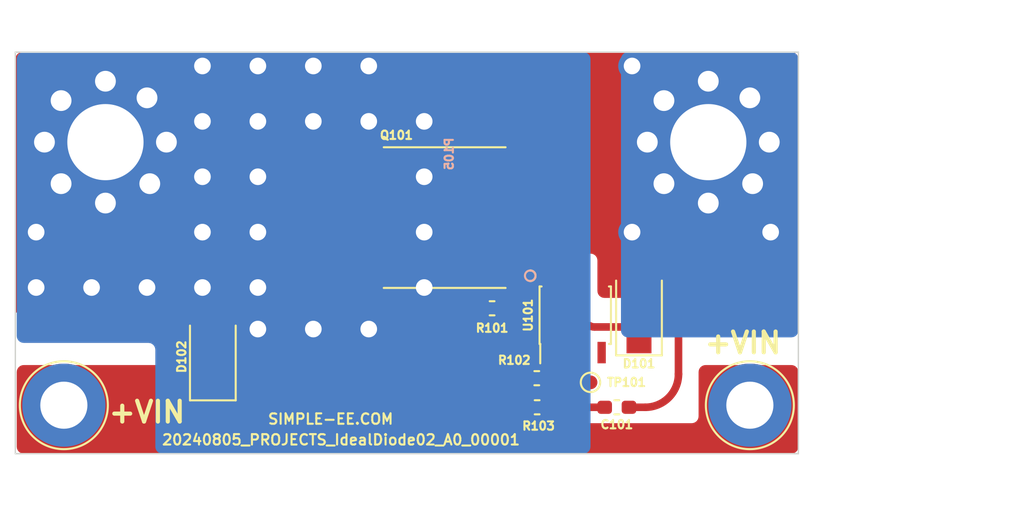
<source format=kicad_pcb>
(kicad_pcb (version 20240108) (generator "pcbnew") (generator_version "8.0")
  (layers (0 "F.Cu" signal "TopLayer") (31 "B.Cu" signal "BotLayer") (34 "B.Paste" user) (35 "F.Paste" user) (36 "B.SilkS" user "B.Silkscreen") (37 "F.SilkS" user "F.Silkscreen") (38 "B.Mask" user) (39 "F.Mask" user) (44 "Edge.Cuts" user))
  (net 0 "")
  (net 1 "Net-(U101-VCC)")
  (net 2 "GND")
  (net 3 "/INN")
  (net 4 "/+VIN")
  (net 5 "/-SOURCE")
  (net 6 "Net-(Q101-G)")
  (net 7 "Net-(U101-LINE)")
  (net 8 "Net-(U101-OFF)")
  (footprint "Connectors_sg:TH_1POS_3.4MMxM3" (layer "F.Cu") (at 210.5 112.5)
    (property "Reference" "P103" (hide yes))
    (property "Value" "TH_1POS_3.4MM_M3")
    (fp_circle (center 0 0) (end 0 -3.175) (stroke (width 0.15)) (fill none) (layer "F.SilkS"))
    (pad "1" thru_hole circle (at 0 0) (size 6 6) (drill 3.4) (layers "*.Cu" "*.Mask") (net 4 "/+VIN"))
  )
  (footprint "Passives:R_0603_Handsolder" (layer "F.Cu") (at 195.15 112.65)
    (property "Reference" "R103" (at 0.1 1.35 0) (layer "F.SilkS") (effects (font (size 0.6 0.6))))
    (property "Value" "RC0603FR-073K3L")
    (fp_line (start -0.171267 -0.51) (end 0.171267 -0.51) (stroke (width 0.15)) (layer "F.SilkS"))
    (fp_line (start -0.171267 0.51) (end 0.171267 0.51) (stroke (width 0.15)) (layer "F.SilkS"))
    (pad "1" smd roundrect (at -0.875 0) (size 1.05 0.95) (layers "F.Cu" "F.Paste" "F.Mask") (net 4 "/+VIN"))
    (pad "2" smd roundrect (at 0.875 0) (size 1.05 0.95) (layers "F.Cu" "F.Paste" "F.Mask") (net 1 "Net-(U101-VCC)"))
  )
  (footprint "Connectors_sg:TH_1POS_12MMxM5" (layer "F.Cu") (at 207.5 93.5)
    (property "Reference" "P104" (hide yes))
    (property "Value" "TH_1POS_12MM_M5")
    (pad "1" thru_hole circle (at -4.4 0) (size 3 3) (drill 1.5) (layers "*.Cu" "*.Mask") (net 2 "GND"))
    (pad "1" thru_hole circle (at -3.2 -3) (size 3 3) (drill 1.5) (layers "*.Cu" "*.Mask") (net 2 "GND"))
    (pad "1" thru_hole circle (at -3.2 3) (size 3 3) (drill 1.5) (layers "*.Cu" "*.Mask") (net 2 "GND"))
    (pad "1" thru_hole circle (at 0 -4.4) (size 3 3) (drill 1.5) (layers "*.Cu" "*.Mask") (net 2 "GND"))
    (pad "1" thru_hole circle (at 0 0) (size 12 12) (drill 5.5) (layers "*.Cu" "*.Mask") (net 2 "GND"))
    (pad "1" thru_hole circle (at 0 4.4) (size 3 3) (drill 1.5) (layers "*.Cu" "*.Mask") (net 2 "GND"))
    (pad "1" thru_hole circle (at 3 -3.2) (size 3 3) (drill 1.5) (layers "*.Cu" "*.Mask") (net 2 "GND"))
    (pad "1" thru_hole circle (at 3.2 3) (size 3 3) (drill 1.5) (layers "*.Cu" "*.Mask") (net 2 "GND"))
    (pad "1" thru_hole circle (at 4.4 0) (size 3 3) (drill 1.5) (layers "*.Cu" "*.Mask") (net 2 "GND"))
  )
  (footprint "Passives:R_0603_Handsolder" (layer "F.Cu") (at 191.9 105.5 180)
    (property "Reference" "R101" (at 0 -1.43 0) (layer "F.SilkS") (effects (font (size 0.6 0.6))))
    (property "Value" "RR0816P-102-D")
    (fp_line (start -0.171267 0.51) (end 0.171267 0.51) (stroke (width 0.15)) (layer "F.SilkS"))
    (fp_line (start -0.171267 -0.51) (end 0.171267 -0.51) (stroke (width 0.15)) (layer "F.SilkS"))
    (pad "1" smd roundrect (at -0.875 0 180) (size 1.05 0.95) (layers "F.Cu" "F.Paste" "F.Mask") (net 3 "/INN"))
    (pad "2" smd roundrect (at 0.875 0 180) (size 1.05 0.95) (layers "F.Cu" "F.Paste" "F.Mask") (net 5 "/-SOURCE"))
  )
  (footprint "TestPoint:TestPoint_Pad_D1.0mm" (layer "F.Cu") (at 199 110.85 90)
    (property "Reference" "TP101" (at 0 2.6 0) (layer "F.SilkS") (effects (font (size 0.6 0.6))))
    (property "Value" "TestPoint_D1MM")
    (fp_circle (center 0 0) (end 0 0.7) (stroke (width 0.15)) (fill none) (layer "F.SilkS"))
    (pad "1" smd circle (at 0 0 90) (size 1 1) (layers "F.Cu" "F.Mask") (net 8 "Net-(U101-OFF)"))
  )
  (footprint "Passives:R_0603_Handsolder" (layer "F.Cu") (at 195.125 110.55)
    (property "Reference" "R102" (at -1.625 -1.3 0) (layer "F.SilkS") (effects (font (size 0.6 0.6))))
    (property "Value" "RMCF0603ZT0R00")
    (fp_line (start -0.171267 -0.51) (end 0.171267 -0.51) (stroke (width 0.15)) (layer "F.SilkS"))
    (fp_line (start -0.171267 0.51) (end 0.171267 0.51) (stroke (width 0.15)) (layer "F.SilkS"))
    (pad "1" smd roundrect (at -0.875 0) (size 1.05 0.95) (layers "F.Cu" "F.Paste" "F.Mask") (net 4 "/+VIN"))
    (pad "2" smd roundrect (at 0.875 0) (size 1.05 0.95) (layers "F.Cu" "F.Paste" "F.Mask") (net 7 "Net-(U101-LINE)"))
  )
  (footprint "Passives:C_0603_Handsolder" (layer "F.Cu") (at 200.9 112.65)
    (property "Reference" "C101" (at 0 1.25 0) (layer "F.SilkS") (effects (font (size 0.6 0.6))))
    (property "Value" "C0603C104K5RACAUTO")
    (fp_line (start -0.171267 -0.51) (end 0.171267 -0.51) (stroke (width 0.15)) (layer "F.SilkS"))
    (fp_line (start -0.171267 0.51) (end 0.171267 0.51) (stroke (width 0.15)) (layer "F.SilkS"))
    (pad "1" smd roundrect (at -0.875 0) (size 1.05 0.95) (layers "F.Cu" "F.Paste" "F.Mask") (net 1 "Net-(U101-VCC)"))
    (pad "2" smd roundrect (at 0.875 0) (size 1.05 0.95) (layers "F.Cu" "F.Paste" "F.Mask") (net 2 "GND"))
  )
  (footprint "Connectors_sg:TH_1POS_3.4MMxM3" (layer "F.Cu") (at 161 112.5)
    (property "Reference" "P101" (hide yes))
    (property "Value" "TH_1POS_3.4MM_M3")
    (fp_circle (center 0 0) (end 0 -3.175) (stroke (width 0.15)) (fill none) (layer "F.SilkS"))
    (pad "1" thru_hole circle (at 0 0) (size 6 6) (drill 3.4) (layers "*.Cu" "*.Mask") (net 4 "/+VIN"))
  )
  (footprint "HPSOF:HPSOF-8" (layer "F.Cu") (at 187.5 98.95 180)
    (property "Reference" "Q101" (at 2.5 5.95 0) (layer "F.SilkS") (effects (font (size 0.6 0.6))))
    (property "Value" "FDBL0150N80" (hide yes))
    (fp_circle (center -7.1501 -4.199999) (end -6.7691 -4.199999) (stroke (width 0.15)) (fill none) (layer "B.SilkS"))
    (fp_line (start 3.41596 -5.08) (end -5.3721 -5.08) (stroke (width 0.15)) (layer "F.SilkS"))
    (fp_line (start -5.3721 5.08) (end 3.41596 5.08) (stroke (width 0.15)) (layer "F.SilkS"))
    (fp_arc (start -7.147539 -3.819008) (mid -7.5311 -4.199999) (end -7.14754 -4.58099) (stroke (width 0.15)) (layer "F.SilkS"))
    (pad "1" smd rect (at -5.24 -4.199999 180) (size 2.794 0.8128) (layers "F.Cu" "F.Paste" "F.Mask") (net 6 "Net-(Q101-G)"))
    (pad "2" smd rect (at -5.24 -2.999999 180) (size 2.794 0.8128) (layers "F.Cu" "F.Paste" "F.Mask") (net 2 "GND"))
    (pad "3" smd rect (at -5.24 -1.799999 180) (size 2.794 0.8128) (layers "F.Cu" "F.Paste" "F.Mask") (net 2 "GND"))
    (pad "4" smd rect (at -5.24 -0.599999 180) (size 2.794 0.8128) (layers "F.Cu" "F.Paste" "F.Mask") (net 2 "GND"))
    (pad "5" smd rect (at -5.24 0.600001 180) (size 2.794 0.8128) (layers "F.Cu" "F.Paste" "F.Mask") (net 2 "GND"))
    (pad "6" smd rect (at -5.24 1.799999 180) (size 2.794 0.8128) (layers "F.Cu" "F.Paste" "F.Mask") (net 2 "GND"))
    (pad "7" smd rect (at -5.24 2.999999 180) (size 2.794 0.8128) (layers "F.Cu" "F.Paste" "F.Mask") (net 2 "GND"))
    (pad "8" smd rect (at -5.24 4.199999 180) (size 2.794 0.8128) (layers "F.Cu" "F.Paste" "F.Mask") (net 2 "GND"))
    (pad "9" smd rect (at 7.8 0 180) (size 8.1026 10.2108) (layers "F.Cu" "F.Paste" "F.Mask") (net 5 "/-SOURCE"))
  )
  (footprint "Connectors_sg:TH_1POS_12MMxM5" (layer "F.Cu") (at 164 93.5)
    (property "Reference" "P102" (hide yes))
    (property "Value" "TH_1POS_12MM_M5")
    (pad "1" thru_hole circle (at -4.4 0) (size 3 3) (drill 1.5) (layers "*.Cu" "*.Mask") (net 5 "/-SOURCE"))
    (pad "1" thru_hole circle (at -3.2 -3) (size 3 3) (drill 1.5) (layers "*.Cu" "*.Mask") (net 5 "/-SOURCE"))
    (pad "1" thru_hole circle (at -3.2 3) (size 3 3) (drill 1.5) (layers "*.Cu" "*.Mask") (net 5 "/-SOURCE"))
    (pad "1" thru_hole circle (at 0 -4.4) (size 3 3) (drill 1.5) (layers "*.Cu" "*.Mask") (net 5 "/-SOURCE"))
    (pad "1" thru_hole circle (at 0 0) (size 12 12) (drill 5.5) (layers "*.Cu" "*.Mask") (net 5 "/-SOURCE"))
    (pad "1" thru_hole circle (at 0 4.4) (size 3 3) (drill 1.5) (layers "*.Cu" "*.Mask") (net 5 "/-SOURCE"))
    (pad "1" thru_hole circle (at 3 -3.2) (size 3 3) (drill 1.5) (layers "*.Cu" "*.Mask") (net 5 "/-SOURCE"))
    (pad "1" thru_hole circle (at 3.2 3) (size 3 3) (drill 1.5) (layers "*.Cu" "*.Mask") (net 5 "/-SOURCE"))
    (pad "1" thru_hole circle (at 4.4 0) (size 3 3) (drill 1.5) (layers "*.Cu" "*.Mask") (net 5 "/-SOURCE"))
  )
  (footprint "SOIC:SOIC-8" (layer "F.Cu") (at 197.9 106 90)
    (property "Reference" "U101" (at 0 -3.4 90) (layer "F.SilkS") (effects (font (size 0.6 0.6))))
    (property "Value" "LM5051MAX_NOPB")
    (fp_line (start 2.075 -2.575) (end 2.075 -2.43) (stroke (width 0.15)) (layer "F.SilkS"))
    (fp_line (start -2.075 -2.575) (end 2.075 -2.575) (stroke (width 0.15)) (layer "F.SilkS"))
    (fp_line (start -2.075 -2.575) (end -2.075 -2.525) (stroke (width 0.15)) (layer "F.SilkS"))
    (fp_line (start -2.075 -2.525) (end -3.475 -2.525) (stroke (width 0.15)) (layer "F.SilkS"))
    (fp_line (start 2.075 2.575) (end 2.075 2.43) (stroke (width 0.15)) (layer "F.SilkS"))
    (fp_line (start -2.075 2.575) (end -2.075 2.43) (stroke (width 0.15)) (layer "F.SilkS"))
    (fp_line (start -2.075 2.575) (end 2.075 2.575) (stroke (width 0.15)) (layer "F.SilkS"))
    (pad "1" smd rect (at -2.7 -1.905 90) (size 1.55 0.6) (layers "F.Cu" "F.Paste" "F.Mask") (net 7 "Net-(U101-LINE)"))
    (pad "2" smd rect (at -2.7 -0.635 90) (size 1.55 0.6) (layers "F.Cu" "F.Paste" "F.Mask") (net 1 "Net-(U101-VCC)"))
    (pad "3" smd rect (at -2.7 0.635 90) (size 1.55 0.6) (layers "F.Cu" "F.Paste" "F.Mask") (net 8 "Net-(U101-OFF)"))
    (pad "4" smd rect (at -2.7 1.905 90) (size 1.55 0.6) (layers "F.Cu" "F.Paste" "F.Mask"))
    (pad "5" smd rect (at 2.7 1.905 90) (size 1.55 0.6) (layers "F.Cu" "F.Paste" "F.Mask") (net 2 "GND"))
    (pad "6" smd rect (at 2.7 0.635 90) (size 1.55 0.6) (layers "F.Cu" "F.Paste" "F.Mask") (net 3 "/INN"))
    (pad "7" smd rect (at 2.7 -0.635 90) (size 1.55 0.6) (layers "F.Cu" "F.Paste" "F.Mask") (net 2 "GND"))
    (pad "8" smd rect (at 2.7 -1.905 90) (size 1.55 0.6) (layers "F.Cu" "F.Paste" "F.Mask") (net 6 "Net-(Q101-G)"))
  )
  (footprint "Diodes:D_SMA" (layer "F.Cu") (at 171.75 108.75 90)
    (property "Reference" "D102" (at -0.25 -2.25 90) (layer "F.SilkS") (effects (font (size 0.6 0.6))))
    (property "Value" "CDBA160-G")
    (fp_line (start -3.4 -1.65) (end 2 -1.65) (stroke (width 0.15)) (layer "F.SilkS"))
    (fp_line (start -3.4 -1.65) (end -3.4 1.65) (stroke (width 0.15)) (layer "F.SilkS"))
    (fp_line (start -3.4 1.65) (end 2 1.65) (stroke (width 0.15)) (layer "F.SilkS"))
    (pad "1" smd rect (at -2 0 90) (size 2.5 1.8) (layers "F.Cu" "F.Paste" "F.Mask") (net 4 "/+VIN"))
    (pad "2" smd rect (at 2 0 90) (size 2.5 1.8) (layers "F.Cu" "F.Paste" "F.Mask") (net 5 "/-SOURCE"))
  )
  (footprint "Diodes:D_SMA" (layer "F.Cu") (at 202.5 105.5 90)
    (property "Reference" "D101" (at -4 0 0) (layer "F.SilkS") (effects (font (size 0.6 0.6))))
    (property "Value" "CDBA160-G")
    (fp_line (start -3.4 -1.65) (end 2 -1.65) (stroke (width 0.15)) (layer "F.SilkS"))
    (fp_line (start -3.4 -1.65) (end -3.4 1.65) (stroke (width 0.15)) (layer "F.SilkS"))
    (fp_line (start -3.4 1.65) (end 2 1.65) (stroke (width 0.15)) (layer "F.SilkS"))
    (pad "1" smd rect (at -2 0 90) (size 2.5 1.8) (layers "F.Cu" "F.Paste" "F.Mask") (net 3 "/INN"))
    (pad "2" smd rect (at 2 0 90) (size 2.5 1.8) (layers "F.Cu" "F.Paste" "F.Mask") (net 2 "GND"))
  )
  (footprint "Heatsinks_sg:Heatsink_28x28x10mm" (layer "B.Cu") (at 185 101.5 180)
    (property "Reference" "P105" (at -3.8 7.15 90) (layer "B.SilkS") (effects (font (size 0.6 0.6)) (justify mirror)))
    (property "Value" "Heatsink_28x28x10mm")
    (pad "1" smd rect (at 0 0 180) (size 28 28) (layers "B.Cu" "B.Paste" "B.Mask") (net 5 "/-SOURCE"))
  )
  (gr_line (start 157.5 116) (end 157.5 87) (stroke (width 0.1)) (layer "Edge.Cuts"))
  (gr_line (start 157.5 87) (end 214 87) (stroke (width 0.1)) (layer "Edge.Cuts"))
  (gr_line (start 214 116) (end 157.5 116) (stroke (width 0.1)) (layer "Edge.Cuts"))
  (gr_line (start 214 87) (end 214 116) (stroke (width 0.1)) (layer "Edge.Cuts"))
  (gr_text "-SOURCE" (at 163 107 0) (layer "F.Cu") (effects (font (size 1.5 1.5) (thickness 0.3))))
  (gr_text "-LOAD" (at 211 103.8 0) (layer "F.Cu") (effects (font (size 1.25 1.25) (thickness 0.3))))
  (gr_text "SIMPLE-EE.COM" (at 180.25 113.5 0) (layer "F.SilkS") (effects (font (size 0.75 0.75))))
  (gr_text "+VIN" (at 167 113 0) (layer "F.SilkS") (effects (font (size 1.5 1.5) (thickness 0.3))))
  (gr_text "+VIN" (at 210 108 0) (layer "F.SilkS") (effects (font (size 1.5 1.5) (thickness 0.3))))
  (gr_text "20240805_PROJECTS_IdealDiode02_A0_00001" (at 181 115 0) (layer "F.SilkS") (effects (font (size 0.75 0.75))))
  (segment (start 197.265 108.7) (end 197.265 112.565503) (width 0.55) (layer "F.Cu") (net 1))
  (segment (start 196.025 112.65) (end 200.025 112.65) (width 0.55) (layer "F.Cu") (net 1))
  (arc (start 197.265 112.565503) (mid 197.274096 112.611232) (end 197.3 112.65) (width 0.55) (layer "F.Cu") (net 1))
  (segment (start 205.35 110.25) (end 205.35 100.05) (width 0.55) (layer "F.Cu") (net 2))
  (segment (start 201.775 112.65) (end 202.95 112.65) (width 0.55) (layer "F.Cu") (net 2))
  (via (at 202 100) (size 2) (drill 1.2) (layers "F.Cu" "B.Cu") (net 2))
  (via (at 212 100) (size 2) (drill 1.2) (layers "F.Cu" "B.Cu") (net 2))
  (via (at 202 88) (size 2) (drill 1.2) (layers "F.Cu" "B.Cu") (net 2))
  (arc (start 205.35 100.05) (mid 205.97972 98.52972) (end 207.5 97.9) (width 0.55) (layer "F.Cu") (net 2))
  (arc (start 202.95 112.65) (mid 204.647056 111.947056) (end 205.35 110.25) (width 0.55) (layer "F.Cu") (net 2))
  (segment (start 192.775 105.5) (end 198.5 105.5) (width 0.55) (layer "F.Cu") (net 3))
  (segment (start 198.535 105.535) (end 198.535 106.085) (width 0.55) (layer "F.Cu") (net 3))
  (segment (start 198.535 103.3) (end 198.535 105.535) (width 0.55) (layer "F.Cu") (net 3))
  (segment (start 199.3 106.85) (end 201.85 106.85) (width 0.55) (layer "F.Cu") (net 3))
  (arc (start 198.5 105.5) (mid 198.524749 105.510251) (end 198.535 105.535) (width 0.55) (layer "F.Cu") (net 3))
  (arc (start 198.535 106.085) (mid 198.759063 106.625937) (end 199.3 106.85) (width 0.55) (layer "F.Cu") (net 3))
  (arc (start 201.85 106.85) (mid 202.309619 107.040381) (end 202.5 107.5) (width 0.55) (layer "F.Cu") (net 3))
  (segment (start 194.25 110.55) (end 194.25 112.589645) (width 0.55) (layer "F.Cu") (net 4))
  (arc (start 194.25 112.589645) (mid 194.256498 112.622308) (end 194.275 112.65) (width 0.55) (layer "F.Cu") (net 4))
  (via (at 171 92) (size 2) (drill 1.2) (layers "F.Cu" "B.Cu") (net 5))
  (via (at 171 104) (size 2) (drill 1.2) (layers "F.Cu" "B.Cu") (net 5))
  (via (at 159 104) (size 2) (drill 1.2) (layers "F.Cu" "B.Cu") (net 5))
  (via (at 171 96) (size 2) (drill 1.2) (layers "F.Cu" "B.Cu") (net 5))
  (via (at 171 100) (size 2) (drill 1.2) (layers "F.Cu" "B.Cu") (net 5))
  (via (at 179 88) (size 2) (drill 1.2) (layers "F.Cu" "B.Cu") (net 5))
  (via (at 179 92) (size 2) (drill 1.2) (layers "F.Cu" "B.Cu") (net 5))
  (via (at 171 88) (size 2) (drill 1.2) (layers "F.Cu" "B.Cu") (net 5))
  (via (at 159 100) (size 2) (drill 1.2) (layers "F.Cu" "B.Cu") (net 5))
  (via (at 175 96) (size 2) (drill 1.2) (layers "F.Cu" "B.Cu") (net 5))
  (via (at 163 104) (size 2) (drill 1.2) (layers "F.Cu" "B.Cu") (net 5))
  (via (at 175 100) (size 2) (drill 1.2) (layers "F.Cu" "B.Cu") (net 5))
  (via (at 187 100) (size 2) (drill 1.2) (layers "F.Cu" "B.Cu") (net 5))
  (via (at 187 96) (size 2) (drill 1.2) (layers "F.Cu" "B.Cu") (net 5))
  (via (at 175 88) (size 2) (drill 1.2) (layers "F.Cu" "B.Cu") (net 5))
  (via (at 167 104) (size 2) (drill 1.2) (layers "F.Cu" "B.Cu") (net 5))
  (via (at 183 107) (size 2) (drill 1.2) (layers "F.Cu" "B.Cu") (net 5))
  (via (at 175 92) (size 2) (drill 1.2) (layers "F.Cu" "B.Cu") (net 5))
  (via (at 187 104) (size 2) (drill 1.2) (layers "F.Cu" "B.Cu") (net 5))
  (via (at 175 107) (size 2) (drill 1.2) (layers "F.Cu" "B.Cu") (net 5))
  (via (at 179 107) (size 2) (drill 1.2) (layers "F.Cu" "B.Cu") (net 5))
  (via (at 183 88) (size 2) (drill 1.2) (layers "F.Cu" "B.Cu") (net 5))
  (via (at 175 104) (size 2) (drill 1.2) (layers "F.Cu" "B.Cu") (net 5))
  (via (at 187 92) (size 2) (drill 1.2) (layers "F.Cu" "B.Cu") (net 5))
  (via (at 183 92) (size 2) (drill 1.2) (layers "F.Cu" "B.Cu") (net 5))
  (segment (start 192.74 103.149999) (end 195.844999 103.149999) (width 0.55) (layer "F.Cu") (net 6))
  (arc (start 195.844999 103.149999) (mid 195.951066 103.193933) (end 195.995 103.3) (width 0.55) (layer "F.Cu") (net 6))
  (segment (start 195.995 108.7) (end 195.995 110.537929) (width 0.55) (layer "F.Cu") (net 7))
  (arc (start 195.995 110.537929) (mid 195.9963 110.544461) (end 196 110.55) (width 0.55) (layer "F.Cu") (net 7))
  (segment (start 198.535 108.7) (end 198.535 109.727391) (width 0.55) (layer "F.Cu") (net 8))
  (arc (start 198.535 109.727391) (mid 198.65585 110.334942) (end 199 110.85) (width 0.55) (layer "F.Cu") (net 8))
  (zone (net 4) (net_name "/+VIN") (layer "F.Cu") (name "+VIN") (priority 3) (connect_pads yes (clearance 0.3)) (min_thickness 0.254) (fill yes (thermal_gap 0.508) (thermal_bridge_width 0.508) (smoothing fillet) (radius 0.5))
    (polygon (pts (xy 194.8 113.8) (xy 206.8 113.8) (xy 206.8 109.6) (xy 214 109.6) (xy 214 116) (xy 157.6 116) (xy 157.6 109.6) (xy 194.8 109.6)))
  )
  (zone (net 2) (net_name "GND") (layer "F.Cu") (name "GND") (connect_pads yes (clearance 0.2)) (min_thickness 0.254) (fill yes (thermal_gap 0.508) (thermal_bridge_width 0.508) (smoothing fillet) (radius 0.5))
    (polygon (pts (xy 214 104.75) (xy 199.5 104.75) (xy 199.5 101.55) (xy 197.55 101.55) (xy 197.55 104.1) (xy 196.95 104.1) (xy 196.95 101.55) (xy 194.15 101.55) (xy 194.15 102.35) (xy 191.35 102.35) (xy 191.35 87) (xy 214 87)))
  )
  (zone (net 5) (net_name "/-SOURCE") (layer "F.Cu") (name "-SOURCE") (priority 1) (connect_pads yes (clearance 0.2)) (min_thickness 0.254) (fill yes (thermal_gap 0.508) (thermal_bridge_width 0.508) (smoothing fillet) (radius 0.5))
    (polygon (pts (xy 183.75 105) (xy 191.5 105) (xy 191.5 107.75) (xy 157.5 107.75) (xy 157.5 87) (xy 183.75 87)))
  )
  (zone (net 5) (net_name "/-SOURCE") (layer "B.Cu") (name "-SOURCE") (priority 1) (connect_pads yes (clearance 0.3)) (min_thickness 0.254) (fill yes (thermal_gap 0.508) (thermal_bridge_width 0.508) (smoothing fillet) (radius 0.5))
    (polygon (pts (xy 199 116) (xy 167.6 116) (xy 167.6 108) (xy 157.6 108) (xy 157.6 87) (xy 199 87)))
  )
  (zone (net 2) (net_name "GND") (layer "B.Cu") (name "GND") (connect_pads yes (clearance 0.3)) (min_thickness 0.254) (fill yes (thermal_gap 0.508) (thermal_bridge_width 0.508) (smoothing fillet) (radius 0.5))
    (polygon (pts (xy 214 107.6) (xy 201.2 107.6) (xy 201.2 87) (xy 214 87)))
  )
)
</source>
